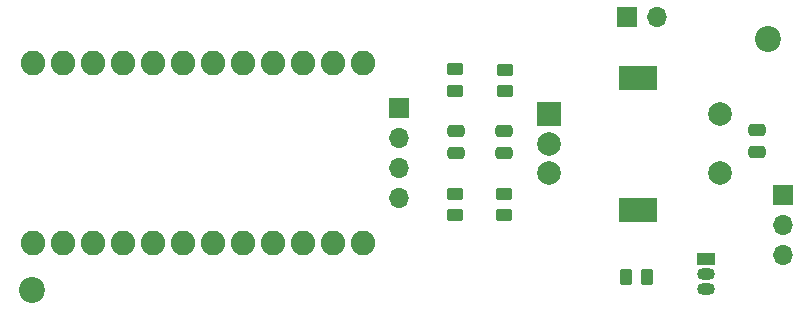
<source format=gbr>
%TF.GenerationSoftware,KiCad,Pcbnew,(6.0.4)*%
%TF.CreationDate,2022-04-25T14:33:06+01:00*%
%TF.ProjectId,CameraIntervalometer,43616d65-7261-4496-9e74-657276616c6f,rev?*%
%TF.SameCoordinates,Original*%
%TF.FileFunction,Soldermask,Top*%
%TF.FilePolarity,Negative*%
%FSLAX46Y46*%
G04 Gerber Fmt 4.6, Leading zero omitted, Abs format (unit mm)*
G04 Created by KiCad (PCBNEW (6.0.4)) date 2022-04-25 14:33:06*
%MOMM*%
%LPD*%
G01*
G04 APERTURE LIST*
G04 Aperture macros list*
%AMRoundRect*
0 Rectangle with rounded corners*
0 $1 Rounding radius*
0 $2 $3 $4 $5 $6 $7 $8 $9 X,Y pos of 4 corners*
0 Add a 4 corners polygon primitive as box body*
4,1,4,$2,$3,$4,$5,$6,$7,$8,$9,$2,$3,0*
0 Add four circle primitives for the rounded corners*
1,1,$1+$1,$2,$3*
1,1,$1+$1,$4,$5*
1,1,$1+$1,$6,$7*
1,1,$1+$1,$8,$9*
0 Add four rect primitives between the rounded corners*
20,1,$1+$1,$2,$3,$4,$5,0*
20,1,$1+$1,$4,$5,$6,$7,0*
20,1,$1+$1,$6,$7,$8,$9,0*
20,1,$1+$1,$8,$9,$2,$3,0*%
G04 Aperture macros list end*
%ADD10C,2.200000*%
%ADD11RoundRect,0.250000X0.450000X-0.262500X0.450000X0.262500X-0.450000X0.262500X-0.450000X-0.262500X0*%
%ADD12R,2.000000X2.000000*%
%ADD13C,2.000000*%
%ADD14R,3.200000X2.000000*%
%ADD15RoundRect,0.250000X-0.450000X0.262500X-0.450000X-0.262500X0.450000X-0.262500X0.450000X0.262500X0*%
%ADD16RoundRect,0.250000X-0.475000X0.250000X-0.475000X-0.250000X0.475000X-0.250000X0.475000X0.250000X0*%
%ADD17R,1.500000X1.050000*%
%ADD18O,1.500000X1.050000*%
%ADD19R,1.700000X1.700000*%
%ADD20O,1.700000X1.700000*%
%ADD21RoundRect,0.250000X0.262500X0.450000X-0.262500X0.450000X-0.262500X-0.450000X0.262500X-0.450000X0*%
%ADD22C,2.082800*%
G04 APERTURE END LIST*
D10*
%TO.C,H3*%
X116750000Y-93800000D03*
%TD*%
%TO.C,H2*%
X179050000Y-72550000D03*
%TD*%
D11*
%TO.C,R4*%
X152570000Y-76950000D03*
X152570000Y-75125000D03*
%TD*%
D12*
%TO.C,SW1*%
X160500000Y-78950000D03*
D13*
X160500000Y-83950000D03*
X160500000Y-81450000D03*
D14*
X168000000Y-75850000D03*
X168000000Y-87050000D03*
D13*
X175000000Y-83950000D03*
X175000000Y-78950000D03*
%TD*%
D15*
%TO.C,R2*%
X156800000Y-77012500D03*
X156800000Y-75187500D03*
%TD*%
D16*
%TO.C,C1*%
X156680000Y-82262500D03*
X156680000Y-80362500D03*
%TD*%
D17*
%TO.C,Q1*%
X173800000Y-91230000D03*
D18*
X173800000Y-92500000D03*
X173800000Y-93770000D03*
%TD*%
D11*
%TO.C,R1*%
X156650000Y-87500000D03*
X156650000Y-85675000D03*
%TD*%
D16*
%TO.C,C2*%
X152600000Y-80362500D03*
X152600000Y-82262500D03*
%TD*%
D19*
%TO.C,J1*%
X180300000Y-85760000D03*
D20*
X180300000Y-88300000D03*
X180300000Y-90840000D03*
%TD*%
D19*
%TO.C,BT1*%
X167100000Y-70700000D03*
D20*
X169640000Y-70700000D03*
%TD*%
D16*
%TO.C,C3*%
X178100000Y-80250000D03*
X178100000Y-82150000D03*
%TD*%
D19*
%TO.C,U1*%
X147795000Y-78425000D03*
D20*
X147795000Y-80965000D03*
X147795000Y-83505000D03*
X147795000Y-86045000D03*
%TD*%
D11*
%TO.C,R3*%
X152570000Y-87500000D03*
X152570000Y-85675000D03*
%TD*%
D21*
%TO.C,R5*%
X168812500Y-92750000D03*
X166987500Y-92750000D03*
%TD*%
D22*
%TO.C,B1*%
X116835000Y-74580000D03*
X119375000Y-74580000D03*
X121915000Y-74580000D03*
X124455000Y-74580000D03*
X126995000Y-74580000D03*
X129535000Y-74580000D03*
X132075000Y-74580000D03*
X134615000Y-74580000D03*
X137155000Y-74580000D03*
X139695000Y-74580000D03*
X142235000Y-74580000D03*
X144775000Y-74580000D03*
X144775000Y-89820000D03*
X142235000Y-89820000D03*
X139695000Y-89820000D03*
X137155000Y-89820000D03*
X134615000Y-89820000D03*
X132075000Y-89820000D03*
X129535000Y-89820000D03*
X126995000Y-89820000D03*
X124455000Y-89820000D03*
X121915000Y-89820000D03*
X119375000Y-89820000D03*
X116835000Y-89820000D03*
%TD*%
M02*

</source>
